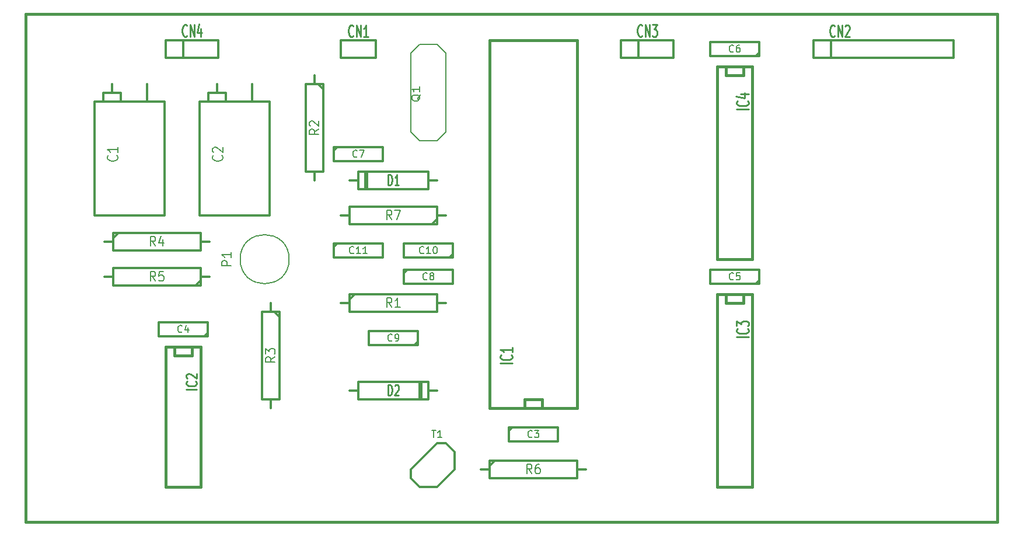
<source format=gbr>
G04 #@! TF.FileFunction,Legend,Top*
%FSLAX46Y46*%
G04 Gerber Fmt 4.6, Leading zero omitted, Abs format (unit mm)*
G04 Created by KiCad (PCBNEW 4.0.5+dfsg1-4+deb9u1) date Mon Sep 26 08:32:40 2022*
%MOMM*%
%LPD*%
G01*
G04 APERTURE LIST*
%ADD10C,0.100000*%
%ADD11C,0.381000*%
%ADD12C,0.304800*%
%ADD13C,0.152400*%
%ADD14C,0.203200*%
%ADD15C,0.254000*%
%ADD16C,0.271780*%
%ADD17C,0.269240*%
%ADD18C,0.285750*%
G04 APERTURE END LIST*
D10*
D11*
X74930000Y-59690000D02*
X74930000Y-133350000D01*
X215900000Y-59690000D02*
X74930000Y-59690000D01*
X215900000Y-133350000D02*
X215900000Y-59690000D01*
X74930000Y-133350000D02*
X215900000Y-133350000D01*
D12*
X119634000Y-92964000D02*
X126746000Y-92964000D01*
X126746000Y-92964000D02*
X126746000Y-94996000D01*
X126746000Y-94996000D02*
X119634000Y-94996000D01*
X119634000Y-94996000D02*
X119634000Y-92964000D01*
X119634000Y-93472000D02*
X120142000Y-92964000D01*
X136906000Y-94996000D02*
X129794000Y-94996000D01*
X129794000Y-94996000D02*
X129794000Y-92964000D01*
X129794000Y-92964000D02*
X136906000Y-92964000D01*
X136906000Y-92964000D02*
X136906000Y-94996000D01*
X136906000Y-94488000D02*
X136398000Y-94996000D01*
X131826000Y-107696000D02*
X124714000Y-107696000D01*
X124714000Y-107696000D02*
X124714000Y-105664000D01*
X124714000Y-105664000D02*
X131826000Y-105664000D01*
X131826000Y-105664000D02*
X131826000Y-107696000D01*
X131826000Y-107188000D02*
X131318000Y-107696000D01*
X129794000Y-96774000D02*
X136906000Y-96774000D01*
X136906000Y-96774000D02*
X136906000Y-98806000D01*
X136906000Y-98806000D02*
X129794000Y-98806000D01*
X129794000Y-98806000D02*
X129794000Y-96774000D01*
X129794000Y-97282000D02*
X130302000Y-96774000D01*
X119634000Y-78994000D02*
X126746000Y-78994000D01*
X126746000Y-78994000D02*
X126746000Y-81026000D01*
X126746000Y-81026000D02*
X119634000Y-81026000D01*
X119634000Y-81026000D02*
X119634000Y-78994000D01*
X119634000Y-79502000D02*
X120142000Y-78994000D01*
X181356000Y-65786000D02*
X174244000Y-65786000D01*
X174244000Y-65786000D02*
X174244000Y-63754000D01*
X174244000Y-63754000D02*
X181356000Y-63754000D01*
X181356000Y-63754000D02*
X181356000Y-65786000D01*
X181356000Y-65278000D02*
X180848000Y-65786000D01*
X181356000Y-98806000D02*
X174244000Y-98806000D01*
X174244000Y-98806000D02*
X174244000Y-96774000D01*
X174244000Y-96774000D02*
X181356000Y-96774000D01*
X181356000Y-96774000D02*
X181356000Y-98806000D01*
X181356000Y-98298000D02*
X180848000Y-98806000D01*
X101346000Y-106426000D02*
X94234000Y-106426000D01*
X94234000Y-106426000D02*
X94234000Y-104394000D01*
X94234000Y-104394000D02*
X101346000Y-104394000D01*
X101346000Y-104394000D02*
X101346000Y-106426000D01*
X101346000Y-105918000D02*
X100838000Y-106426000D01*
X145034000Y-119634000D02*
X152146000Y-119634000D01*
X152146000Y-119634000D02*
X152146000Y-121666000D01*
X152146000Y-121666000D02*
X145034000Y-121666000D01*
X145034000Y-121666000D02*
X145034000Y-119634000D01*
X145034000Y-120142000D02*
X145542000Y-119634000D01*
X100203000Y-72390000D02*
X100203000Y-88900000D01*
X100203000Y-88900000D02*
X110363000Y-88900000D01*
X110363000Y-88900000D02*
X110363000Y-72390000D01*
X110363000Y-72390000D02*
X100203000Y-72390000D01*
X101473000Y-72390000D02*
X101473000Y-71120000D01*
X101473000Y-71120000D02*
X104013000Y-71120000D01*
X104013000Y-71120000D02*
X104013000Y-72390000D01*
X102743000Y-71120000D02*
X102743000Y-69850000D01*
X107823000Y-72390000D02*
X107823000Y-69850000D01*
X84963000Y-72390000D02*
X84963000Y-88900000D01*
X84963000Y-88900000D02*
X95123000Y-88900000D01*
X95123000Y-88900000D02*
X95123000Y-72390000D01*
X95123000Y-72390000D02*
X84963000Y-72390000D01*
X86233000Y-72390000D02*
X86233000Y-71120000D01*
X86233000Y-71120000D02*
X88773000Y-71120000D01*
X88773000Y-71120000D02*
X88773000Y-72390000D01*
X87503000Y-71120000D02*
X87503000Y-69850000D01*
X92583000Y-72390000D02*
X92583000Y-69850000D01*
X134620000Y-114300000D02*
X133350000Y-114300000D01*
X133350000Y-114300000D02*
X133350000Y-113030000D01*
X133350000Y-113030000D02*
X123190000Y-113030000D01*
X123190000Y-113030000D02*
X123190000Y-114300000D01*
X123190000Y-114300000D02*
X121920000Y-114300000D01*
X123190000Y-114300000D02*
X123190000Y-115570000D01*
X123190000Y-115570000D02*
X133350000Y-115570000D01*
X133350000Y-115570000D02*
X133350000Y-114300000D01*
X132080000Y-113030000D02*
X132080000Y-115570000D01*
X132334000Y-113030000D02*
X132334000Y-115570000D01*
X121920000Y-83820000D02*
X123190000Y-83820000D01*
X123190000Y-83820000D02*
X123190000Y-85090000D01*
X123190000Y-85090000D02*
X133350000Y-85090000D01*
X133350000Y-85090000D02*
X133350000Y-83820000D01*
X133350000Y-83820000D02*
X134620000Y-83820000D01*
X133350000Y-83820000D02*
X133350000Y-82550000D01*
X133350000Y-82550000D02*
X123190000Y-82550000D01*
X123190000Y-82550000D02*
X123190000Y-83820000D01*
X124460000Y-85090000D02*
X124460000Y-82550000D01*
X124206000Y-85090000D02*
X124206000Y-82550000D01*
D13*
X132080000Y-78105000D02*
X130810000Y-76835000D01*
X130810000Y-65405000D02*
X132080000Y-64135000D01*
X134620000Y-64135000D02*
X135890000Y-65405000D01*
X134620000Y-78105000D02*
X135890000Y-76835000D01*
X130810000Y-76835000D02*
X130810000Y-65405000D01*
X132080000Y-78105000D02*
X134620000Y-78105000D01*
X135890000Y-76835000D02*
X135890000Y-65405000D01*
X134620000Y-64135000D02*
X132080000Y-64135000D01*
D12*
X134620000Y-90170000D02*
X121920000Y-90170000D01*
X121920000Y-90170000D02*
X121920000Y-87630000D01*
X121920000Y-87630000D02*
X134620000Y-87630000D01*
X121920000Y-88900000D02*
X120650000Y-88900000D01*
X135890000Y-88900000D02*
X134620000Y-88900000D01*
X134620000Y-89408000D02*
X133858000Y-90170000D01*
X134620000Y-90170000D02*
X134620000Y-87630000D01*
X142240000Y-124460000D02*
X154940000Y-124460000D01*
X154940000Y-124460000D02*
X154940000Y-127000000D01*
X154940000Y-127000000D02*
X142240000Y-127000000D01*
X154940000Y-125730000D02*
X156210000Y-125730000D01*
X140970000Y-125730000D02*
X142240000Y-125730000D01*
X142240000Y-125222000D02*
X143002000Y-124460000D01*
X142240000Y-124460000D02*
X142240000Y-127000000D01*
X100330000Y-99060000D02*
X87630000Y-99060000D01*
X87630000Y-99060000D02*
X87630000Y-96520000D01*
X87630000Y-96520000D02*
X100330000Y-96520000D01*
X87630000Y-97790000D02*
X86360000Y-97790000D01*
X101600000Y-97790000D02*
X100330000Y-97790000D01*
X100330000Y-98298000D02*
X99568000Y-99060000D01*
X100330000Y-99060000D02*
X100330000Y-96520000D01*
X87630000Y-91440000D02*
X100330000Y-91440000D01*
X100330000Y-91440000D02*
X100330000Y-93980000D01*
X100330000Y-93980000D02*
X87630000Y-93980000D01*
X100330000Y-92710000D02*
X101600000Y-92710000D01*
X86360000Y-92710000D02*
X87630000Y-92710000D01*
X87630000Y-92202000D02*
X88392000Y-91440000D01*
X87630000Y-91440000D02*
X87630000Y-93980000D01*
X111760000Y-102870000D02*
X111760000Y-115570000D01*
X111760000Y-115570000D02*
X109220000Y-115570000D01*
X109220000Y-115570000D02*
X109220000Y-102870000D01*
X110490000Y-115570000D02*
X110490000Y-116840000D01*
X110490000Y-101600000D02*
X110490000Y-102870000D01*
X110998000Y-102870000D02*
X111760000Y-103632000D01*
X111760000Y-102870000D02*
X109220000Y-102870000D01*
X118110000Y-69850000D02*
X118110000Y-82550000D01*
X118110000Y-82550000D02*
X115570000Y-82550000D01*
X115570000Y-82550000D02*
X115570000Y-69850000D01*
X116840000Y-82550000D02*
X116840000Y-83820000D01*
X116840000Y-68580000D02*
X116840000Y-69850000D01*
X117348000Y-69850000D02*
X118110000Y-70612000D01*
X118110000Y-69850000D02*
X115570000Y-69850000D01*
X121920000Y-100330000D02*
X134620000Y-100330000D01*
X134620000Y-100330000D02*
X134620000Y-102870000D01*
X134620000Y-102870000D02*
X121920000Y-102870000D01*
X134620000Y-101600000D02*
X135890000Y-101600000D01*
X120650000Y-101600000D02*
X121920000Y-101600000D01*
X121920000Y-101092000D02*
X122682000Y-100330000D01*
X121920000Y-100330000D02*
X121920000Y-102870000D01*
D14*
X113157000Y-95250000D02*
G75*
G03X113157000Y-95250000I-3556000J0D01*
G01*
D12*
X134620000Y-121920000D02*
X130810000Y-125730000D01*
X130810000Y-125730000D02*
X130810000Y-127000000D01*
X130810000Y-127000000D02*
X132080000Y-128270000D01*
X132080000Y-128270000D02*
X134620000Y-128270000D01*
X134620000Y-128270000D02*
X137160000Y-125730000D01*
X137160000Y-125730000D02*
X137160000Y-123190000D01*
X137160000Y-123190000D02*
X135890000Y-121920000D01*
X135890000Y-121920000D02*
X134620000Y-121920000D01*
X189230000Y-63500000D02*
X209550000Y-63500000D01*
X209550000Y-63500000D02*
X209550000Y-66040000D01*
X209550000Y-66040000D02*
X189230000Y-66040000D01*
X189230000Y-66040000D02*
X189230000Y-63500000D01*
X191770000Y-66040000D02*
X191770000Y-63500000D01*
X161290000Y-66040000D02*
X161290000Y-63500000D01*
X161290000Y-63500000D02*
X168910000Y-63500000D01*
X168910000Y-63500000D02*
X168910000Y-66040000D01*
X168910000Y-66040000D02*
X161290000Y-66040000D01*
X163830000Y-63500000D02*
X163830000Y-66040000D01*
X120650000Y-66040000D02*
X120650000Y-63500000D01*
X120650000Y-63500000D02*
X125730000Y-63500000D01*
X125730000Y-63500000D02*
X125730000Y-66040000D01*
X125730000Y-66040000D02*
X120650000Y-66040000D01*
X95250000Y-66040000D02*
X95250000Y-63500000D01*
X95250000Y-63500000D02*
X102870000Y-63500000D01*
X102870000Y-63500000D02*
X102870000Y-66040000D01*
X102870000Y-66040000D02*
X95250000Y-66040000D01*
X97790000Y-63500000D02*
X97790000Y-66040000D01*
D11*
X100330000Y-107950000D02*
X100330000Y-128270000D01*
X95250000Y-128270000D02*
X95250000Y-107950000D01*
X95250000Y-107950000D02*
X100330000Y-107950000D01*
X99060000Y-107950000D02*
X99060000Y-109220000D01*
X99060000Y-109220000D02*
X96520000Y-109220000D01*
X96520000Y-109220000D02*
X96520000Y-107950000D01*
X100330000Y-128270000D02*
X95250000Y-128270000D01*
X147320000Y-116840000D02*
X147320000Y-115570000D01*
X147320000Y-115570000D02*
X149860000Y-115570000D01*
X149860000Y-115570000D02*
X149860000Y-116840000D01*
X142240000Y-116840000D02*
X142240000Y-63500000D01*
X142240000Y-63500000D02*
X154940000Y-63500000D01*
X154940000Y-63500000D02*
X154940000Y-116840000D01*
X154940000Y-116840000D02*
X142240000Y-116840000D01*
X179070000Y-100330000D02*
X179070000Y-101600000D01*
X179070000Y-101600000D02*
X176530000Y-101600000D01*
X176530000Y-101600000D02*
X176530000Y-100330000D01*
X180340000Y-100330000D02*
X180340000Y-128270000D01*
X180340000Y-128270000D02*
X175260000Y-128270000D01*
X175260000Y-128270000D02*
X175260000Y-100330000D01*
X175260000Y-100330000D02*
X180340000Y-100330000D01*
X179070000Y-67310000D02*
X179070000Y-68580000D01*
X179070000Y-68580000D02*
X176530000Y-68580000D01*
X176530000Y-68580000D02*
X176530000Y-67310000D01*
X180340000Y-67310000D02*
X180340000Y-95250000D01*
X180340000Y-95250000D02*
X175260000Y-95250000D01*
X175260000Y-95250000D02*
X175260000Y-67310000D01*
X175260000Y-67310000D02*
X180340000Y-67310000D01*
D14*
X122536857Y-94342857D02*
X122488476Y-94391238D01*
X122343333Y-94439619D01*
X122246571Y-94439619D01*
X122101429Y-94391238D01*
X122004667Y-94294476D01*
X121956286Y-94197714D01*
X121907905Y-94004190D01*
X121907905Y-93859048D01*
X121956286Y-93665524D01*
X122004667Y-93568762D01*
X122101429Y-93472000D01*
X122246571Y-93423619D01*
X122343333Y-93423619D01*
X122488476Y-93472000D01*
X122536857Y-93520381D01*
X123504476Y-94439619D02*
X122923905Y-94439619D01*
X123214191Y-94439619D02*
X123214191Y-93423619D01*
X123117429Y-93568762D01*
X123020667Y-93665524D01*
X122923905Y-93713905D01*
X124472095Y-94439619D02*
X123891524Y-94439619D01*
X124181810Y-94439619D02*
X124181810Y-93423619D01*
X124085048Y-93568762D01*
X123988286Y-93665524D01*
X123891524Y-93713905D01*
X132696857Y-94342857D02*
X132648476Y-94391238D01*
X132503333Y-94439619D01*
X132406571Y-94439619D01*
X132261429Y-94391238D01*
X132164667Y-94294476D01*
X132116286Y-94197714D01*
X132067905Y-94004190D01*
X132067905Y-93859048D01*
X132116286Y-93665524D01*
X132164667Y-93568762D01*
X132261429Y-93472000D01*
X132406571Y-93423619D01*
X132503333Y-93423619D01*
X132648476Y-93472000D01*
X132696857Y-93520381D01*
X133664476Y-94439619D02*
X133083905Y-94439619D01*
X133374191Y-94439619D02*
X133374191Y-93423619D01*
X133277429Y-93568762D01*
X133180667Y-93665524D01*
X133083905Y-93713905D01*
X134293429Y-93423619D02*
X134390190Y-93423619D01*
X134486952Y-93472000D01*
X134535333Y-93520381D01*
X134583714Y-93617143D01*
X134632095Y-93810667D01*
X134632095Y-94052571D01*
X134583714Y-94246095D01*
X134535333Y-94342857D01*
X134486952Y-94391238D01*
X134390190Y-94439619D01*
X134293429Y-94439619D01*
X134196667Y-94391238D01*
X134148286Y-94342857D01*
X134099905Y-94246095D01*
X134051524Y-94052571D01*
X134051524Y-93810667D01*
X134099905Y-93617143D01*
X134148286Y-93520381D01*
X134196667Y-93472000D01*
X134293429Y-93423619D01*
X128100667Y-107042857D02*
X128052286Y-107091238D01*
X127907143Y-107139619D01*
X127810381Y-107139619D01*
X127665239Y-107091238D01*
X127568477Y-106994476D01*
X127520096Y-106897714D01*
X127471715Y-106704190D01*
X127471715Y-106559048D01*
X127520096Y-106365524D01*
X127568477Y-106268762D01*
X127665239Y-106172000D01*
X127810381Y-106123619D01*
X127907143Y-106123619D01*
X128052286Y-106172000D01*
X128100667Y-106220381D01*
X128584477Y-107139619D02*
X128778001Y-107139619D01*
X128874762Y-107091238D01*
X128923143Y-107042857D01*
X129019905Y-106897714D01*
X129068286Y-106704190D01*
X129068286Y-106317143D01*
X129019905Y-106220381D01*
X128971524Y-106172000D01*
X128874762Y-106123619D01*
X128681239Y-106123619D01*
X128584477Y-106172000D01*
X128536096Y-106220381D01*
X128487715Y-106317143D01*
X128487715Y-106559048D01*
X128536096Y-106655810D01*
X128584477Y-106704190D01*
X128681239Y-106752571D01*
X128874762Y-106752571D01*
X128971524Y-106704190D01*
X129019905Y-106655810D01*
X129068286Y-106559048D01*
X133180667Y-98152857D02*
X133132286Y-98201238D01*
X132987143Y-98249619D01*
X132890381Y-98249619D01*
X132745239Y-98201238D01*
X132648477Y-98104476D01*
X132600096Y-98007714D01*
X132551715Y-97814190D01*
X132551715Y-97669048D01*
X132600096Y-97475524D01*
X132648477Y-97378762D01*
X132745239Y-97282000D01*
X132890381Y-97233619D01*
X132987143Y-97233619D01*
X133132286Y-97282000D01*
X133180667Y-97330381D01*
X133761239Y-97669048D02*
X133664477Y-97620667D01*
X133616096Y-97572286D01*
X133567715Y-97475524D01*
X133567715Y-97427143D01*
X133616096Y-97330381D01*
X133664477Y-97282000D01*
X133761239Y-97233619D01*
X133954762Y-97233619D01*
X134051524Y-97282000D01*
X134099905Y-97330381D01*
X134148286Y-97427143D01*
X134148286Y-97475524D01*
X134099905Y-97572286D01*
X134051524Y-97620667D01*
X133954762Y-97669048D01*
X133761239Y-97669048D01*
X133664477Y-97717429D01*
X133616096Y-97765810D01*
X133567715Y-97862571D01*
X133567715Y-98056095D01*
X133616096Y-98152857D01*
X133664477Y-98201238D01*
X133761239Y-98249619D01*
X133954762Y-98249619D01*
X134051524Y-98201238D01*
X134099905Y-98152857D01*
X134148286Y-98056095D01*
X134148286Y-97862571D01*
X134099905Y-97765810D01*
X134051524Y-97717429D01*
X133954762Y-97669048D01*
X123020667Y-80372857D02*
X122972286Y-80421238D01*
X122827143Y-80469619D01*
X122730381Y-80469619D01*
X122585239Y-80421238D01*
X122488477Y-80324476D01*
X122440096Y-80227714D01*
X122391715Y-80034190D01*
X122391715Y-79889048D01*
X122440096Y-79695524D01*
X122488477Y-79598762D01*
X122585239Y-79502000D01*
X122730381Y-79453619D01*
X122827143Y-79453619D01*
X122972286Y-79502000D01*
X123020667Y-79550381D01*
X123359334Y-79453619D02*
X124036667Y-79453619D01*
X123601239Y-80469619D01*
X177630667Y-65132857D02*
X177582286Y-65181238D01*
X177437143Y-65229619D01*
X177340381Y-65229619D01*
X177195239Y-65181238D01*
X177098477Y-65084476D01*
X177050096Y-64987714D01*
X177001715Y-64794190D01*
X177001715Y-64649048D01*
X177050096Y-64455524D01*
X177098477Y-64358762D01*
X177195239Y-64262000D01*
X177340381Y-64213619D01*
X177437143Y-64213619D01*
X177582286Y-64262000D01*
X177630667Y-64310381D01*
X178501524Y-64213619D02*
X178308001Y-64213619D01*
X178211239Y-64262000D01*
X178162858Y-64310381D01*
X178066096Y-64455524D01*
X178017715Y-64649048D01*
X178017715Y-65036095D01*
X178066096Y-65132857D01*
X178114477Y-65181238D01*
X178211239Y-65229619D01*
X178404762Y-65229619D01*
X178501524Y-65181238D01*
X178549905Y-65132857D01*
X178598286Y-65036095D01*
X178598286Y-64794190D01*
X178549905Y-64697429D01*
X178501524Y-64649048D01*
X178404762Y-64600667D01*
X178211239Y-64600667D01*
X178114477Y-64649048D01*
X178066096Y-64697429D01*
X178017715Y-64794190D01*
X177630667Y-98152857D02*
X177582286Y-98201238D01*
X177437143Y-98249619D01*
X177340381Y-98249619D01*
X177195239Y-98201238D01*
X177098477Y-98104476D01*
X177050096Y-98007714D01*
X177001715Y-97814190D01*
X177001715Y-97669048D01*
X177050096Y-97475524D01*
X177098477Y-97378762D01*
X177195239Y-97282000D01*
X177340381Y-97233619D01*
X177437143Y-97233619D01*
X177582286Y-97282000D01*
X177630667Y-97330381D01*
X178549905Y-97233619D02*
X178066096Y-97233619D01*
X178017715Y-97717429D01*
X178066096Y-97669048D01*
X178162858Y-97620667D01*
X178404762Y-97620667D01*
X178501524Y-97669048D01*
X178549905Y-97717429D01*
X178598286Y-97814190D01*
X178598286Y-98056095D01*
X178549905Y-98152857D01*
X178501524Y-98201238D01*
X178404762Y-98249619D01*
X178162858Y-98249619D01*
X178066096Y-98201238D01*
X178017715Y-98152857D01*
X97620667Y-105772857D02*
X97572286Y-105821238D01*
X97427143Y-105869619D01*
X97330381Y-105869619D01*
X97185239Y-105821238D01*
X97088477Y-105724476D01*
X97040096Y-105627714D01*
X96991715Y-105434190D01*
X96991715Y-105289048D01*
X97040096Y-105095524D01*
X97088477Y-104998762D01*
X97185239Y-104902000D01*
X97330381Y-104853619D01*
X97427143Y-104853619D01*
X97572286Y-104902000D01*
X97620667Y-104950381D01*
X98491524Y-105192286D02*
X98491524Y-105869619D01*
X98249620Y-104805238D02*
X98007715Y-105530952D01*
X98636667Y-105530952D01*
X148420667Y-121012857D02*
X148372286Y-121061238D01*
X148227143Y-121109619D01*
X148130381Y-121109619D01*
X147985239Y-121061238D01*
X147888477Y-120964476D01*
X147840096Y-120867714D01*
X147791715Y-120674190D01*
X147791715Y-120529048D01*
X147840096Y-120335524D01*
X147888477Y-120238762D01*
X147985239Y-120142000D01*
X148130381Y-120093619D01*
X148227143Y-120093619D01*
X148372286Y-120142000D01*
X148420667Y-120190381D01*
X148759334Y-120093619D02*
X149388286Y-120093619D01*
X149049620Y-120480667D01*
X149194762Y-120480667D01*
X149291524Y-120529048D01*
X149339905Y-120577429D01*
X149388286Y-120674190D01*
X149388286Y-120916095D01*
X149339905Y-121012857D01*
X149291524Y-121061238D01*
X149194762Y-121109619D01*
X148904477Y-121109619D01*
X148807715Y-121061238D01*
X148759334Y-121012857D01*
X103414286Y-80221667D02*
X103486857Y-80282143D01*
X103559429Y-80463572D01*
X103559429Y-80584524D01*
X103486857Y-80765952D01*
X103341714Y-80886905D01*
X103196571Y-80947381D01*
X102906286Y-81007857D01*
X102688571Y-81007857D01*
X102398286Y-80947381D01*
X102253143Y-80886905D01*
X102108000Y-80765952D01*
X102035429Y-80584524D01*
X102035429Y-80463572D01*
X102108000Y-80282143D01*
X102180571Y-80221667D01*
X102180571Y-79737857D02*
X102108000Y-79677381D01*
X102035429Y-79556429D01*
X102035429Y-79254048D01*
X102108000Y-79133095D01*
X102180571Y-79072619D01*
X102325714Y-79012143D01*
X102470857Y-79012143D01*
X102688571Y-79072619D01*
X103559429Y-79798333D01*
X103559429Y-79012143D01*
X88174286Y-80221667D02*
X88246857Y-80282143D01*
X88319429Y-80463572D01*
X88319429Y-80584524D01*
X88246857Y-80765952D01*
X88101714Y-80886905D01*
X87956571Y-80947381D01*
X87666286Y-81007857D01*
X87448571Y-81007857D01*
X87158286Y-80947381D01*
X87013143Y-80886905D01*
X86868000Y-80765952D01*
X86795429Y-80584524D01*
X86795429Y-80463572D01*
X86868000Y-80282143D01*
X86940571Y-80221667D01*
X88319429Y-79012143D02*
X88319429Y-79737857D01*
X88319429Y-79375000D02*
X86795429Y-79375000D01*
X87013143Y-79495952D01*
X87158286Y-79616905D01*
X87230857Y-79737857D01*
D15*
X127520096Y-114989429D02*
X127520096Y-113465429D01*
X127762001Y-113465429D01*
X127907143Y-113538000D01*
X128003905Y-113683143D01*
X128052286Y-113828286D01*
X128100667Y-114118571D01*
X128100667Y-114336286D01*
X128052286Y-114626571D01*
X128003905Y-114771714D01*
X127907143Y-114916857D01*
X127762001Y-114989429D01*
X127520096Y-114989429D01*
X128487715Y-113610571D02*
X128536096Y-113538000D01*
X128632858Y-113465429D01*
X128874762Y-113465429D01*
X128971524Y-113538000D01*
X129019905Y-113610571D01*
X129068286Y-113755714D01*
X129068286Y-113900857D01*
X129019905Y-114118571D01*
X128439334Y-114989429D01*
X129068286Y-114989429D01*
D12*
D15*
X127520096Y-84509429D02*
X127520096Y-82985429D01*
X127762001Y-82985429D01*
X127907143Y-83058000D01*
X128003905Y-83203143D01*
X128052286Y-83348286D01*
X128100667Y-83638571D01*
X128100667Y-83856286D01*
X128052286Y-84146571D01*
X128003905Y-84291714D01*
X127907143Y-84436857D01*
X127762001Y-84509429D01*
X127520096Y-84509429D01*
X129068286Y-84509429D02*
X128487715Y-84509429D01*
X128778001Y-84509429D02*
X128778001Y-82985429D01*
X128681239Y-83203143D01*
X128584477Y-83348286D01*
X128487715Y-83420857D01*
D12*
D13*
X132197929Y-71367952D02*
X132143500Y-71488905D01*
X132034643Y-71609857D01*
X131871357Y-71791286D01*
X131816929Y-71912238D01*
X131816929Y-72033190D01*
X132089071Y-71972714D02*
X132034643Y-72093667D01*
X131925786Y-72214619D01*
X131708071Y-72275095D01*
X131327071Y-72275095D01*
X131109357Y-72214619D01*
X131000500Y-72093667D01*
X130946071Y-71972714D01*
X130946071Y-71730810D01*
X131000500Y-71609857D01*
X131109357Y-71488905D01*
X131327071Y-71428429D01*
X131708071Y-71428429D01*
X131925786Y-71488905D01*
X132034643Y-71609857D01*
X132089071Y-71730810D01*
X132089071Y-71972714D01*
X132089071Y-70218905D02*
X132089071Y-70944619D01*
X132089071Y-70581762D02*
X130946071Y-70581762D01*
X131109357Y-70702714D01*
X131218214Y-70823667D01*
X131272643Y-70944619D01*
D14*
X128058333Y-89531976D02*
X127635000Y-88866738D01*
X127332619Y-89531976D02*
X127332619Y-88134976D01*
X127816428Y-88134976D01*
X127937381Y-88201500D01*
X127997857Y-88268024D01*
X128058333Y-88401071D01*
X128058333Y-88600643D01*
X127997857Y-88733690D01*
X127937381Y-88800214D01*
X127816428Y-88866738D01*
X127332619Y-88866738D01*
X128481667Y-88134976D02*
X129328333Y-88134976D01*
X128784048Y-89531976D01*
X148378333Y-126361976D02*
X147955000Y-125696738D01*
X147652619Y-126361976D02*
X147652619Y-124964976D01*
X148136428Y-124964976D01*
X148257381Y-125031500D01*
X148317857Y-125098024D01*
X148378333Y-125231071D01*
X148378333Y-125430643D01*
X148317857Y-125563690D01*
X148257381Y-125630214D01*
X148136428Y-125696738D01*
X147652619Y-125696738D01*
X149466905Y-124964976D02*
X149225000Y-124964976D01*
X149104048Y-125031500D01*
X149043571Y-125098024D01*
X148922619Y-125297595D01*
X148862143Y-125563690D01*
X148862143Y-126095881D01*
X148922619Y-126228929D01*
X148983095Y-126295452D01*
X149104048Y-126361976D01*
X149345952Y-126361976D01*
X149466905Y-126295452D01*
X149527381Y-126228929D01*
X149587857Y-126095881D01*
X149587857Y-125763262D01*
X149527381Y-125630214D01*
X149466905Y-125563690D01*
X149345952Y-125497167D01*
X149104048Y-125497167D01*
X148983095Y-125563690D01*
X148922619Y-125630214D01*
X148862143Y-125763262D01*
X93768333Y-98421976D02*
X93345000Y-97756738D01*
X93042619Y-98421976D02*
X93042619Y-97024976D01*
X93526428Y-97024976D01*
X93647381Y-97091500D01*
X93707857Y-97158024D01*
X93768333Y-97291071D01*
X93768333Y-97490643D01*
X93707857Y-97623690D01*
X93647381Y-97690214D01*
X93526428Y-97756738D01*
X93042619Y-97756738D01*
X94917381Y-97024976D02*
X94312619Y-97024976D01*
X94252143Y-97690214D01*
X94312619Y-97623690D01*
X94433571Y-97557167D01*
X94735952Y-97557167D01*
X94856905Y-97623690D01*
X94917381Y-97690214D01*
X94977857Y-97823262D01*
X94977857Y-98155881D01*
X94917381Y-98288929D01*
X94856905Y-98355452D01*
X94735952Y-98421976D01*
X94433571Y-98421976D01*
X94312619Y-98355452D01*
X94252143Y-98288929D01*
X93768333Y-93341976D02*
X93345000Y-92676738D01*
X93042619Y-93341976D02*
X93042619Y-91944976D01*
X93526428Y-91944976D01*
X93647381Y-92011500D01*
X93707857Y-92078024D01*
X93768333Y-92211071D01*
X93768333Y-92410643D01*
X93707857Y-92543690D01*
X93647381Y-92610214D01*
X93526428Y-92676738D01*
X93042619Y-92676738D01*
X94856905Y-92410643D02*
X94856905Y-93341976D01*
X94554524Y-91878452D02*
X94252143Y-92876310D01*
X95038333Y-92876310D01*
X111121976Y-109431667D02*
X110456738Y-109855000D01*
X111121976Y-110157381D02*
X109724976Y-110157381D01*
X109724976Y-109673572D01*
X109791500Y-109552619D01*
X109858024Y-109492143D01*
X109991071Y-109431667D01*
X110190643Y-109431667D01*
X110323690Y-109492143D01*
X110390214Y-109552619D01*
X110456738Y-109673572D01*
X110456738Y-110157381D01*
X109724976Y-109008333D02*
X109724976Y-108222143D01*
X110257167Y-108645476D01*
X110257167Y-108464048D01*
X110323690Y-108343095D01*
X110390214Y-108282619D01*
X110523262Y-108222143D01*
X110855881Y-108222143D01*
X110988929Y-108282619D01*
X111055452Y-108343095D01*
X111121976Y-108464048D01*
X111121976Y-108826905D01*
X111055452Y-108947857D01*
X110988929Y-109008333D01*
X117471976Y-76411667D02*
X116806738Y-76835000D01*
X117471976Y-77137381D02*
X116074976Y-77137381D01*
X116074976Y-76653572D01*
X116141500Y-76532619D01*
X116208024Y-76472143D01*
X116341071Y-76411667D01*
X116540643Y-76411667D01*
X116673690Y-76472143D01*
X116740214Y-76532619D01*
X116806738Y-76653572D01*
X116806738Y-77137381D01*
X116208024Y-75927857D02*
X116141500Y-75867381D01*
X116074976Y-75746429D01*
X116074976Y-75444048D01*
X116141500Y-75323095D01*
X116208024Y-75262619D01*
X116341071Y-75202143D01*
X116474119Y-75202143D01*
X116673690Y-75262619D01*
X117471976Y-75988333D01*
X117471976Y-75202143D01*
X128058333Y-102231976D02*
X127635000Y-101566738D01*
X127332619Y-102231976D02*
X127332619Y-100834976D01*
X127816428Y-100834976D01*
X127937381Y-100901500D01*
X127997857Y-100968024D01*
X128058333Y-101101071D01*
X128058333Y-101300643D01*
X127997857Y-101433690D01*
X127937381Y-101500214D01*
X127816428Y-101566738D01*
X127332619Y-101566738D01*
X129267857Y-102231976D02*
X128542143Y-102231976D01*
X128905000Y-102231976D02*
X128905000Y-100834976D01*
X128784048Y-101034548D01*
X128663095Y-101167595D01*
X128542143Y-101234119D01*
X104771976Y-96187381D02*
X103374976Y-96187381D01*
X103374976Y-95703572D01*
X103441500Y-95582619D01*
X103508024Y-95522143D01*
X103641071Y-95461667D01*
X103840643Y-95461667D01*
X103973690Y-95522143D01*
X104040214Y-95582619D01*
X104106738Y-95703572D01*
X104106738Y-96187381D01*
X104771976Y-94252143D02*
X104771976Y-94977857D01*
X104771976Y-94615000D02*
X103374976Y-94615000D01*
X103574548Y-94735952D01*
X103707595Y-94856905D01*
X103774119Y-94977857D01*
X133845905Y-120093619D02*
X134426476Y-120093619D01*
X134136191Y-121109619D02*
X134136191Y-120093619D01*
X135297333Y-121109619D02*
X134716762Y-121109619D01*
X135007048Y-121109619D02*
X135007048Y-120093619D01*
X134910286Y-120238762D01*
X134813524Y-120335524D01*
X134716762Y-120383905D01*
D16*
X192289370Y-62847764D02*
X192237602Y-62930133D01*
X192082299Y-63012501D01*
X191978764Y-63012501D01*
X191823461Y-62930133D01*
X191719926Y-62765396D01*
X191668158Y-62600659D01*
X191616390Y-62271184D01*
X191616390Y-62024079D01*
X191668158Y-61694604D01*
X191719926Y-61529867D01*
X191823461Y-61365130D01*
X191978764Y-61282761D01*
X192082299Y-61282761D01*
X192237602Y-61365130D01*
X192289370Y-61447499D01*
X192755278Y-63012501D02*
X192755278Y-61282761D01*
X193376490Y-63012501D01*
X193376490Y-61282761D01*
X193842398Y-61447499D02*
X193894166Y-61365130D01*
X193997701Y-61282761D01*
X194256539Y-61282761D01*
X194360075Y-61365130D01*
X194411842Y-61447499D01*
X194463610Y-61612236D01*
X194463610Y-61776973D01*
X194411842Y-62024079D01*
X193790631Y-63012501D01*
X194463610Y-63012501D01*
D12*
D17*
X164356385Y-62869536D02*
X164305101Y-62954807D01*
X164151250Y-63040079D01*
X164048682Y-63040079D01*
X163894830Y-62954807D01*
X163792263Y-62784264D01*
X163740979Y-62613721D01*
X163689695Y-62272636D01*
X163689695Y-62016821D01*
X163740979Y-61675736D01*
X163792263Y-61505193D01*
X163894830Y-61334650D01*
X164048682Y-61249379D01*
X164151250Y-61249379D01*
X164305101Y-61334650D01*
X164356385Y-61419921D01*
X164817939Y-63040079D02*
X164817939Y-61249379D01*
X165433345Y-63040079D01*
X165433345Y-61249379D01*
X165843615Y-61249379D02*
X166510305Y-61249379D01*
X166151318Y-61931550D01*
X166305170Y-61931550D01*
X166407737Y-62016821D01*
X166459021Y-62102093D01*
X166510305Y-62272636D01*
X166510305Y-62698993D01*
X166459021Y-62869536D01*
X166407737Y-62954807D01*
X166305170Y-63040079D01*
X165997467Y-63040079D01*
X165894899Y-62954807D01*
X165843615Y-62869536D01*
D12*
D16*
X122439370Y-62847764D02*
X122387602Y-62930133D01*
X122232299Y-63012501D01*
X122128764Y-63012501D01*
X121973461Y-62930133D01*
X121869926Y-62765396D01*
X121818158Y-62600659D01*
X121766390Y-62271184D01*
X121766390Y-62024079D01*
X121818158Y-61694604D01*
X121869926Y-61529867D01*
X121973461Y-61365130D01*
X122128764Y-61282761D01*
X122232299Y-61282761D01*
X122387602Y-61365130D01*
X122439370Y-61447499D01*
X122905278Y-63012501D02*
X122905278Y-61282761D01*
X123526490Y-63012501D01*
X123526490Y-61282761D01*
X124613610Y-63012501D02*
X123992398Y-63012501D01*
X124303004Y-63012501D02*
X124303004Y-61282761D01*
X124199469Y-61529867D01*
X124095934Y-61694604D01*
X123992398Y-61776973D01*
D12*
D17*
X98316385Y-62869536D02*
X98265101Y-62954807D01*
X98111250Y-63040079D01*
X98008682Y-63040079D01*
X97854830Y-62954807D01*
X97752263Y-62784264D01*
X97700979Y-62613721D01*
X97649695Y-62272636D01*
X97649695Y-62016821D01*
X97700979Y-61675736D01*
X97752263Y-61505193D01*
X97854830Y-61334650D01*
X98008682Y-61249379D01*
X98111250Y-61249379D01*
X98265101Y-61334650D01*
X98316385Y-61419921D01*
X98777939Y-63040079D02*
X98777939Y-61249379D01*
X99393345Y-63040079D01*
X99393345Y-61249379D01*
X100367737Y-61846279D02*
X100367737Y-63040079D01*
X100111318Y-61164107D02*
X99854899Y-62443179D01*
X100521589Y-62443179D01*
D12*
D18*
X99749429Y-114145785D02*
X98225429Y-114145785D01*
X99604286Y-112948356D02*
X99676857Y-113002785D01*
X99749429Y-113166071D01*
X99749429Y-113274928D01*
X99676857Y-113438213D01*
X99531714Y-113547071D01*
X99386571Y-113601499D01*
X99096286Y-113655928D01*
X98878571Y-113655928D01*
X98588286Y-113601499D01*
X98443143Y-113547071D01*
X98298000Y-113438213D01*
X98225429Y-113274928D01*
X98225429Y-113166071D01*
X98298000Y-113002785D01*
X98370571Y-112948356D01*
X98370571Y-112512928D02*
X98298000Y-112458499D01*
X98225429Y-112349642D01*
X98225429Y-112077499D01*
X98298000Y-111968642D01*
X98370571Y-111914213D01*
X98515714Y-111859785D01*
X98660857Y-111859785D01*
X98878571Y-111914213D01*
X99749429Y-112567356D01*
X99749429Y-111859785D01*
D12*
D18*
X145584333Y-110335785D02*
X143806333Y-110335785D01*
X145415000Y-109138356D02*
X145499667Y-109192785D01*
X145584333Y-109356071D01*
X145584333Y-109464928D01*
X145499667Y-109628213D01*
X145330333Y-109737071D01*
X145161000Y-109791499D01*
X144822333Y-109845928D01*
X144568333Y-109845928D01*
X144229667Y-109791499D01*
X144060333Y-109737071D01*
X143891000Y-109628213D01*
X143806333Y-109464928D01*
X143806333Y-109356071D01*
X143891000Y-109192785D01*
X143975667Y-109138356D01*
X145584333Y-108049785D02*
X145584333Y-108702928D01*
X145584333Y-108376356D02*
X143806333Y-108376356D01*
X144060333Y-108485213D01*
X144229667Y-108594071D01*
X144314333Y-108702928D01*
D12*
D18*
X179874333Y-106525785D02*
X178096333Y-106525785D01*
X179705000Y-105328356D02*
X179789667Y-105382785D01*
X179874333Y-105546071D01*
X179874333Y-105654928D01*
X179789667Y-105818213D01*
X179620333Y-105927071D01*
X179451000Y-105981499D01*
X179112333Y-106035928D01*
X178858333Y-106035928D01*
X178519667Y-105981499D01*
X178350333Y-105927071D01*
X178181000Y-105818213D01*
X178096333Y-105654928D01*
X178096333Y-105546071D01*
X178181000Y-105382785D01*
X178265667Y-105328356D01*
X178096333Y-104947356D02*
X178096333Y-104239785D01*
X178773667Y-104620785D01*
X178773667Y-104457499D01*
X178858333Y-104348642D01*
X178943000Y-104294213D01*
X179112333Y-104239785D01*
X179535667Y-104239785D01*
X179705000Y-104294213D01*
X179789667Y-104348642D01*
X179874333Y-104457499D01*
X179874333Y-104784071D01*
X179789667Y-104892928D01*
X179705000Y-104947356D01*
D12*
D18*
X179874333Y-73505785D02*
X178096333Y-73505785D01*
X179705000Y-72308356D02*
X179789667Y-72362785D01*
X179874333Y-72526071D01*
X179874333Y-72634928D01*
X179789667Y-72798213D01*
X179620333Y-72907071D01*
X179451000Y-72961499D01*
X179112333Y-73015928D01*
X178858333Y-73015928D01*
X178519667Y-72961499D01*
X178350333Y-72907071D01*
X178181000Y-72798213D01*
X178096333Y-72634928D01*
X178096333Y-72526071D01*
X178181000Y-72362785D01*
X178265667Y-72308356D01*
X178689000Y-71328642D02*
X179874333Y-71328642D01*
X178011667Y-71600785D02*
X179281667Y-71872928D01*
X179281667Y-71165356D01*
D12*
M02*

</source>
